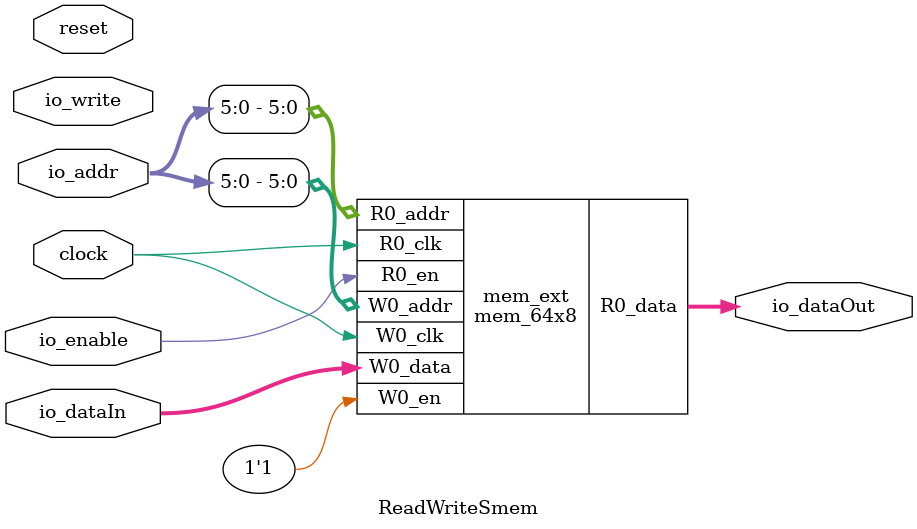
<source format=v>
module mem_64x8(
  input  [5:0] R0_addr,
  input        R0_en,
               R0_clk,
  input  [5:0] W0_addr,
  input        W0_en,
               W0_clk,
  input  [7:0] W0_data,
  output [7:0] R0_data
);

  reg [7:0] Memory[0:63];
  reg       _R0_en_d0;
  reg [5:0] _R0_addr_d0;
  always @(posedge R0_clk) begin
    _R0_en_d0 <= R0_en;
    _R0_addr_d0 <= R0_addr;
  end // always @(posedge)
  always @(posedge W0_clk) begin
    if (W0_en)
      Memory[W0_addr] <= W0_data;
  end // always @(posedge)
  assign R0_data = _R0_en_d0 ? Memory[_R0_addr_d0] : 8'bx;
endmodule

module ReadWriteSmem(
  input        clock,
               reset,
               io_enable,
               io_write,
  input  [9:0] io_addr,
  input  [7:0] io_dataIn,
  output [7:0] io_dataOut
);

  mem_64x8 mem_ext (
    .R0_addr (io_addr[5:0]),
    .R0_en   (io_enable),
    .R0_clk  (clock),
    .W0_addr (io_addr[5:0]),
    .W0_en   (1'h1),
    .W0_clk  (clock),
    .W0_data (io_dataIn),
    .R0_data (io_dataOut)
  );
endmodule


</source>
